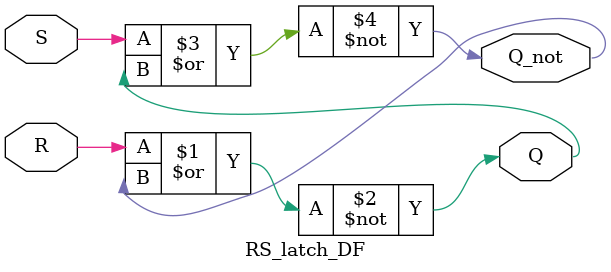
<source format=v>
module RS_latch_DF(
input R,
input S,
output Q,
output Q_not
);


assign Q = ~(R | Q_not);
assign Q_not = ~(S | Q);


endmodule

</source>
